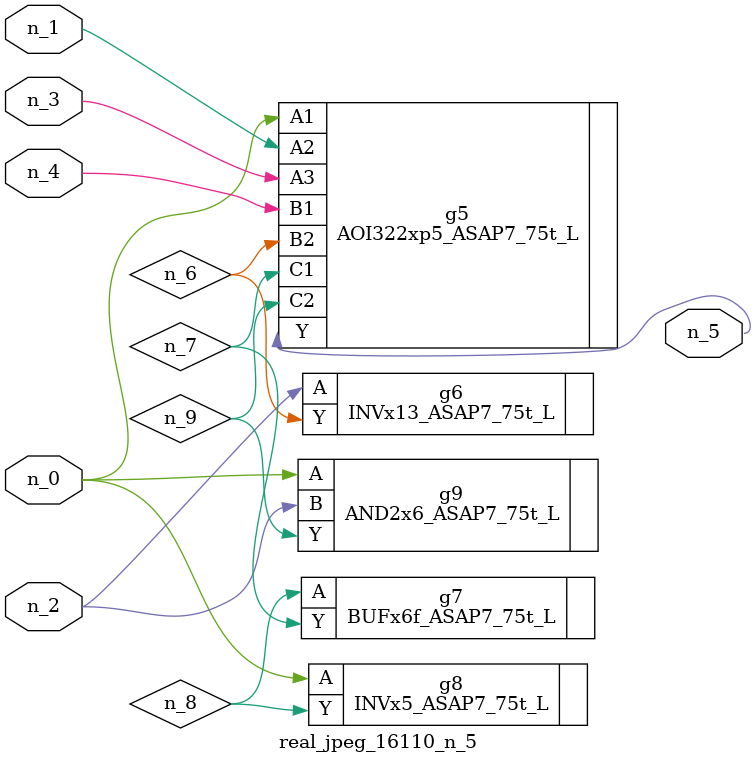
<source format=v>
module real_jpeg_16110_n_5 (n_4, n_0, n_1, n_2, n_3, n_5);

input n_4;
input n_0;
input n_1;
input n_2;
input n_3;

output n_5;

wire n_8;
wire n_6;
wire n_7;
wire n_9;

AOI322xp5_ASAP7_75t_L g5 ( 
.A1(n_0),
.A2(n_1),
.A3(n_3),
.B1(n_4),
.B2(n_6),
.C1(n_7),
.C2(n_9),
.Y(n_5)
);

INVx5_ASAP7_75t_L g8 ( 
.A(n_0),
.Y(n_8)
);

AND2x6_ASAP7_75t_L g9 ( 
.A(n_0),
.B(n_2),
.Y(n_9)
);

INVx13_ASAP7_75t_L g6 ( 
.A(n_2),
.Y(n_6)
);

BUFx6f_ASAP7_75t_L g7 ( 
.A(n_8),
.Y(n_7)
);


endmodule
</source>
